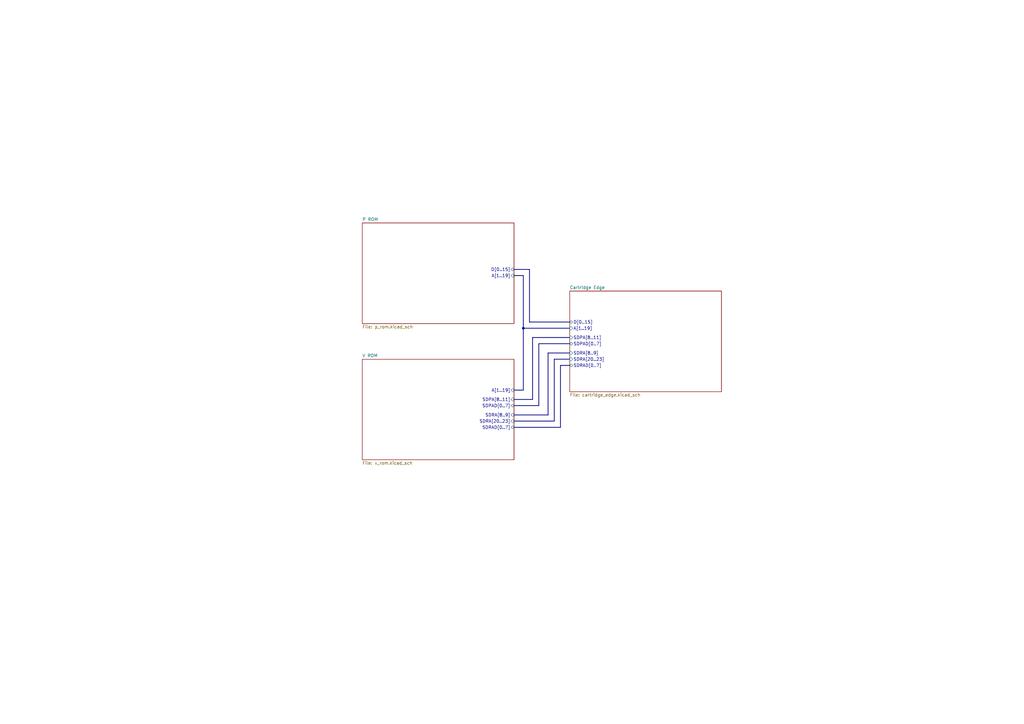
<source format=kicad_sch>
(kicad_sch
	(version 20250114)
	(generator "eeschema")
	(generator_version "9.0")
	(uuid "24b638d1-48d9-4353-ba58-4296637a547f")
	(paper "A3")
	(title_block
		(title "King of Fighters '97 - PROGBK1")
		(date "2025-02-14")
		(comment 1 "Not an original schematic")
		(comment 2 "Reversed from physical copy")
	)
	(lib_symbols)
	(junction
		(at 214.63 134.62)
		(diameter 0)
		(color 0 0 0 0)
		(uuid "ada5db9e-ee1d-4856-a518-fa4019bf6fda")
	)
	(bus
		(pts
			(xy 227.33 147.32) (xy 227.33 172.72)
		)
		(stroke
			(width 0)
			(type default)
		)
		(uuid "02b2a571-ef88-49d4-9c64-cbe1b145970a")
	)
	(bus
		(pts
			(xy 217.17 132.08) (xy 217.17 110.49)
		)
		(stroke
			(width 0)
			(type default)
		)
		(uuid "05cbea93-4900-4d3a-9959-6e839f2643ac")
	)
	(bus
		(pts
			(xy 220.98 140.97) (xy 220.98 166.37)
		)
		(stroke
			(width 0)
			(type default)
		)
		(uuid "0d1821b6-05ac-4210-b70d-dc6fcb5847c6")
	)
	(bus
		(pts
			(xy 214.63 134.62) (xy 214.63 113.03)
		)
		(stroke
			(width 0)
			(type default)
		)
		(uuid "0e017928-86c2-46b4-b3e1-32eac3b4072a")
	)
	(bus
		(pts
			(xy 214.63 134.62) (xy 233.68 134.62)
		)
		(stroke
			(width 0)
			(type default)
		)
		(uuid "0e508520-4b22-49fa-887f-d40ed78ea081")
	)
	(bus
		(pts
			(xy 227.33 172.72) (xy 210.82 172.72)
		)
		(stroke
			(width 0)
			(type default)
		)
		(uuid "0e74dc02-8d9e-4d9e-8c39-855b8add3d19")
	)
	(bus
		(pts
			(xy 224.79 144.78) (xy 224.79 170.18)
		)
		(stroke
			(width 0)
			(type default)
		)
		(uuid "0fb13314-762d-4cd1-a383-db68341d8d60")
	)
	(bus
		(pts
			(xy 224.79 170.18) (xy 210.82 170.18)
		)
		(stroke
			(width 0)
			(type default)
		)
		(uuid "26b1fe4f-41b9-40f7-97f6-c671caf1bddc")
	)
	(bus
		(pts
			(xy 220.98 166.37) (xy 210.82 166.37)
		)
		(stroke
			(width 0)
			(type default)
		)
		(uuid "3aa70bbe-ce4d-44d4-8aaf-3c01dae54e76")
	)
	(bus
		(pts
			(xy 218.44 163.83) (xy 210.82 163.83)
		)
		(stroke
			(width 0)
			(type default)
		)
		(uuid "41ccff76-5bbb-4778-9a64-999cbcb6c0ee")
	)
	(bus
		(pts
			(xy 229.87 175.26) (xy 210.82 175.26)
		)
		(stroke
			(width 0)
			(type default)
		)
		(uuid "5b84d1fb-2526-4658-b296-09f5f8067063")
	)
	(bus
		(pts
			(xy 214.63 113.03) (xy 210.82 113.03)
		)
		(stroke
			(width 0)
			(type default)
		)
		(uuid "63b581c1-5f7f-470c-9c41-cdcd6d2a747f")
	)
	(bus
		(pts
			(xy 210.82 160.02) (xy 214.63 160.02)
		)
		(stroke
			(width 0)
			(type default)
		)
		(uuid "747af0e0-4a39-4d55-87a0-dbd35aed5836")
	)
	(bus
		(pts
			(xy 233.68 149.86) (xy 229.87 149.86)
		)
		(stroke
			(width 0)
			(type default)
		)
		(uuid "82319538-5496-4ed2-91d9-5222d148108b")
	)
	(bus
		(pts
			(xy 218.44 138.43) (xy 218.44 163.83)
		)
		(stroke
			(width 0)
			(type default)
		)
		(uuid "87562800-2bd9-4153-941e-145193aea8fe")
	)
	(bus
		(pts
			(xy 217.17 110.49) (xy 210.82 110.49)
		)
		(stroke
			(width 0)
			(type default)
		)
		(uuid "888348f0-fb7c-4bbb-a577-2d229bfedefd")
	)
	(bus
		(pts
			(xy 233.68 144.78) (xy 224.79 144.78)
		)
		(stroke
			(width 0)
			(type default)
		)
		(uuid "8fc61792-e89e-4aa6-b525-79ddd3832f27")
	)
	(bus
		(pts
			(xy 233.68 138.43) (xy 218.44 138.43)
		)
		(stroke
			(width 0)
			(type default)
		)
		(uuid "957a431b-1aa1-4f56-8ad3-af8529707c02")
	)
	(bus
		(pts
			(xy 233.68 147.32) (xy 227.33 147.32)
		)
		(stroke
			(width 0)
			(type default)
		)
		(uuid "9f52c75c-1029-43d9-9d45-dcb7352206ee")
	)
	(bus
		(pts
			(xy 229.87 149.86) (xy 229.87 175.26)
		)
		(stroke
			(width 0)
			(type default)
		)
		(uuid "aed1fd31-f6fa-4cea-b9f2-9fbd75ec214b")
	)
	(bus
		(pts
			(xy 233.68 132.08) (xy 217.17 132.08)
		)
		(stroke
			(width 0)
			(type default)
		)
		(uuid "e03646ce-a1ec-4703-919d-0ca8e002eb80")
	)
	(bus
		(pts
			(xy 214.63 160.02) (xy 214.63 134.62)
		)
		(stroke
			(width 0)
			(type default)
		)
		(uuid "ea59bbc2-7bfa-4678-8b2d-fc48bef707e3")
	)
	(bus
		(pts
			(xy 233.68 140.97) (xy 220.98 140.97)
		)
		(stroke
			(width 0)
			(type default)
		)
		(uuid "f3ab799a-d884-4022-8d78-5cc346ef0038")
	)
	(sheet
		(at 148.59 147.32)
		(size 62.23 41.275)
		(exclude_from_sim no)
		(in_bom yes)
		(on_board yes)
		(dnp no)
		(stroke
			(width 0.1524)
			(type solid)
		)
		(fill
			(color 0 0 0 0.0000)
		)
		(uuid "23d4c1f8-ac92-4742-aa5c-ba19ddbbb38e")
		(property "Sheetname" "V ROM"
			(at 148.59 146.6084 0)
			(effects
				(font
					(size 1.27 1.27)
				)
				(justify left bottom)
			)
		)
		(property "Sheetfile" "v_rom.kicad_sch"
			(at 148.59 189.1796 0)
			(effects
				(font
					(size 1.27 1.27)
				)
				(justify left top)
			)
		)
		(pin "SDRAD[0..7]" tri_state
			(at 210.82 175.26 0)
			(uuid "fde75ea7-007b-407a-8791-1691e62ccbf1")
			(effects
				(font
					(size 1.27 1.27)
				)
				(justify right)
			)
		)
		(pin "SDPAD[0..7]" tri_state
			(at 210.82 166.37 0)
			(uuid "89907766-bceb-424a-9c64-e3c32407990e")
			(effects
				(font
					(size 1.27 1.27)
				)
				(justify right)
			)
		)
		(pin "SDRA[8..9]" input
			(at 210.82 170.18 0)
			(uuid "15aee828-8fad-4133-b86d-6d713c4476ac")
			(effects
				(font
					(size 1.27 1.27)
				)
				(justify right)
			)
		)
		(pin "A[1..19]" input
			(at 210.82 160.02 0)
			(uuid "1949e9f2-81b9-4190-bc7d-889d933d5b1c")
			(effects
				(font
					(size 1.27 1.27)
				)
				(justify right)
			)
		)
		(pin "SDPA[8..11]" input
			(at 210.82 163.83 0)
			(uuid "cf0aee83-7927-4c04-b8ce-3a4718ccbe2a")
			(effects
				(font
					(size 1.27 1.27)
				)
				(justify right)
			)
		)
		(pin "SDRA[20..23]" input
			(at 210.82 172.72 0)
			(uuid "f59fc9db-8490-4622-9195-7caf91315c1e")
			(effects
				(font
					(size 1.27 1.27)
				)
				(justify right)
			)
		)
		(instances
			(project "progbk1"
				(path "/24b638d1-48d9-4353-ba58-4296637a547f"
					(page "4")
				)
			)
		)
	)
	(sheet
		(at 148.59 91.44)
		(size 62.23 41.275)
		(exclude_from_sim no)
		(in_bom yes)
		(on_board yes)
		(dnp no)
		(fields_autoplaced yes)
		(stroke
			(width 0.1524)
			(type solid)
		)
		(fill
			(color 0 0 0 0.0000)
		)
		(uuid "b7816910-99e2-4b63-b883-5ac2266ea859")
		(property "Sheetname" "P ROM"
			(at 148.59 90.7284 0)
			(effects
				(font
					(size 1.27 1.27)
				)
				(justify left bottom)
			)
		)
		(property "Sheetfile" "p_rom.kicad_sch"
			(at 148.59 133.2996 0)
			(effects
				(font
					(size 1.27 1.27)
				)
				(justify left top)
			)
		)
		(pin "D[0..15]" tri_state
			(at 210.82 110.49 0)
			(uuid "581a3567-a708-46fc-8a99-fe9897d371f7")
			(effects
				(font
					(size 1.27 1.27)
				)
				(justify right)
			)
		)
		(pin "A[1..19]" input
			(at 210.82 113.03 0)
			(uuid "98b44d42-05ed-4840-a1b0-88fd88099e48")
			(effects
				(font
					(size 1.27 1.27)
				)
				(justify right)
			)
		)
		(instances
			(project "progbk1"
				(path "/24b638d1-48d9-4353-ba58-4296637a547f"
					(page "3")
				)
			)
		)
	)
	(sheet
		(at 233.68 119.38)
		(size 62.23 41.275)
		(exclude_from_sim no)
		(in_bom yes)
		(on_board yes)
		(dnp no)
		(fields_autoplaced yes)
		(stroke
			(width 0.1524)
			(type solid)
		)
		(fill
			(color 0 0 0 0.0000)
		)
		(uuid "e62a459b-c2be-47e7-9ada-09b15ab7616e")
		(property "Sheetname" "Cartridge Edge"
			(at 233.68 118.6684 0)
			(effects
				(font
					(size 1.27 1.27)
				)
				(justify left bottom)
			)
		)
		(property "Sheetfile" "cartridge_edge.kicad_sch"
			(at 233.68 161.2396 0)
			(effects
				(font
					(size 1.27 1.27)
				)
				(justify left top)
			)
		)
		(pin "D[0..15]" tri_state
			(at 233.68 132.08 180)
			(uuid "4b5b73bb-a04d-45ee-affe-38059d8322c3")
			(effects
				(font
					(size 1.27 1.27)
				)
				(justify left)
			)
		)
		(pin "SDRAD[0..7]" tri_state
			(at 233.68 149.86 180)
			(uuid "e2c87027-e62a-4eda-811f-43f6f22bf86b")
			(effects
				(font
					(size 1.27 1.27)
				)
				(justify left)
			)
		)
		(pin "SDPAD[0..7]" tri_state
			(at 233.68 140.97 180)
			(uuid "d8a9d722-362c-4958-bdda-53b9a8596771")
			(effects
				(font
					(size 1.27 1.27)
				)
				(justify left)
			)
		)
		(pin "A[1..19]" input
			(at 233.68 134.62 180)
			(uuid "85da09fe-bb2f-455e-b502-71d741d8839f")
			(effects
				(font
					(size 1.27 1.27)
				)
				(justify left)
			)
		)
		(pin "SDPA[8..11]" input
			(at 233.68 138.43 180)
			(uuid "7632f521-ae2c-4042-9a74-22621a8dbfb2")
			(effects
				(font
					(size 1.27 1.27)
				)
				(justify left)
			)
		)
		(pin "SDRA[8..9]" input
			(at 233.68 144.78 180)
			(uuid "6ea83c6f-8e5e-459e-9e00-3901cd9b0366")
			(effects
				(font
					(size 1.27 1.27)
				)
				(justify left)
			)
		)
		(pin "SDRA[20..23]" input
			(at 233.68 147.32 180)
			(uuid "150091e1-db15-4cae-b0fa-87256dcd3703")
			(effects
				(font
					(size 1.27 1.27)
				)
				(justify left)
			)
		)
		(instances
			(project "progbk1"
				(path "/24b638d1-48d9-4353-ba58-4296637a547f"
					(page "5")
				)
			)
		)
	)
	(sheet_instances
		(path "/"
			(page "1")
		)
	)
	(embedded_fonts no)
)

</source>
